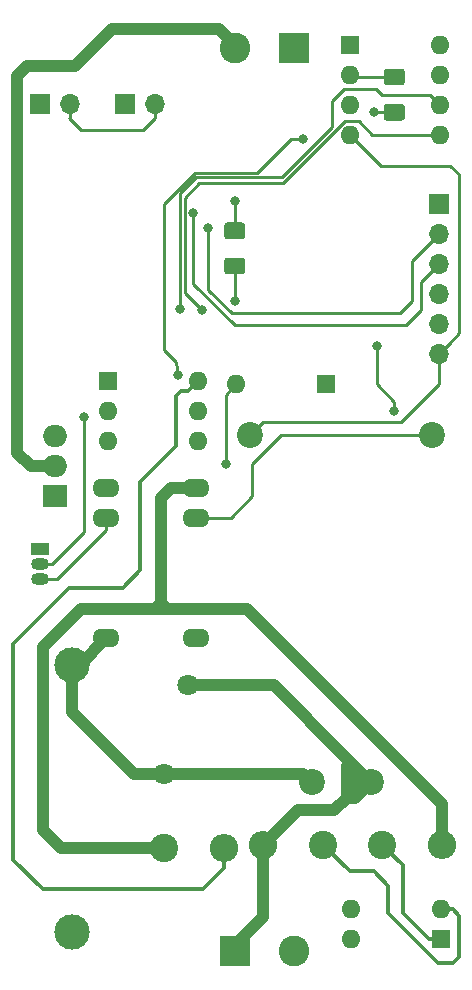
<source format=gbl>
G04 #@! TF.GenerationSoftware,KiCad,Pcbnew,(5.0.1-3-g963ef8bb5)*
G04 #@! TF.CreationDate,2018-11-25T11:10:40+01:00*
G04 #@! TF.ProjectId,Dimmer 2.0,44696D6D657220322E302E6B69636164,rev?*
G04 #@! TF.SameCoordinates,Original*
G04 #@! TF.FileFunction,Copper,L2,Bot,Signal*
G04 #@! TF.FilePolarity,Positive*
%FSLAX46Y46*%
G04 Gerber Fmt 4.6, Leading zero omitted, Abs format (unit mm)*
G04 Created by KiCad (PCBNEW (5.0.1-3-g963ef8bb5)) date zondag 25 november 2018 om 11:10:40*
%MOMM*%
%LPD*%
G01*
G04 APERTURE LIST*
G04 #@! TA.AperFunction,ComponentPad*
%ADD10O,1.700000X1.700000*%
G04 #@! TD*
G04 #@! TA.AperFunction,ComponentPad*
%ADD11R,1.700000X1.700000*%
G04 #@! TD*
G04 #@! TA.AperFunction,ComponentPad*
%ADD12C,2.400000*%
G04 #@! TD*
G04 #@! TA.AperFunction,ComponentPad*
%ADD13O,2.400000X2.400000*%
G04 #@! TD*
G04 #@! TA.AperFunction,Conductor*
%ADD14C,0.100000*%
G04 #@! TD*
G04 #@! TA.AperFunction,SMDPad,CuDef*
%ADD15C,1.425000*%
G04 #@! TD*
G04 #@! TA.AperFunction,ComponentPad*
%ADD16R,1.600000X1.600000*%
G04 #@! TD*
G04 #@! TA.AperFunction,ComponentPad*
%ADD17O,1.600000X1.600000*%
G04 #@! TD*
G04 #@! TA.AperFunction,ComponentPad*
%ADD18C,2.600000*%
G04 #@! TD*
G04 #@! TA.AperFunction,ComponentPad*
%ADD19R,2.600000X2.600000*%
G04 #@! TD*
G04 #@! TA.AperFunction,ComponentPad*
%ADD20O,1.500000X1.050000*%
G04 #@! TD*
G04 #@! TA.AperFunction,ComponentPad*
%ADD21R,1.500000X1.050000*%
G04 #@! TD*
G04 #@! TA.AperFunction,ComponentPad*
%ADD22C,2.200000*%
G04 #@! TD*
G04 #@! TA.AperFunction,ComponentPad*
%ADD23R,2.000000X1.905000*%
G04 #@! TD*
G04 #@! TA.AperFunction,ComponentPad*
%ADD24O,2.000000X1.905000*%
G04 #@! TD*
G04 #@! TA.AperFunction,ComponentPad*
%ADD25O,2.300000X1.600000*%
G04 #@! TD*
G04 #@! TA.AperFunction,ComponentPad*
%ADD26C,1.800000*%
G04 #@! TD*
G04 #@! TA.AperFunction,ComponentPad*
%ADD27C,3.000000*%
G04 #@! TD*
G04 #@! TA.AperFunction,ViaPad*
%ADD28C,0.800000*%
G04 #@! TD*
G04 #@! TA.AperFunction,Conductor*
%ADD29C,0.250000*%
G04 #@! TD*
G04 #@! TA.AperFunction,Conductor*
%ADD30C,1.000000*%
G04 #@! TD*
G04 #@! TA.AperFunction,Conductor*
%ADD31C,0.350000*%
G04 #@! TD*
G04 APERTURE END LIST*
D10*
G04 #@! TO.P,JPFlash1,2*
G04 #@! TO.N,GND*
X81750000Y-52250000D03*
D11*
G04 #@! TO.P,JPFlash1,1*
G04 #@! TO.N,Net-(IC1-Pad18)*
X79210000Y-52250000D03*
G04 #@! TD*
D12*
G04 #@! TO.P,R6,1*
G04 #@! TO.N,HT*
X82500000Y-115250000D03*
D13*
G04 #@! TO.P,R6,2*
G04 #@! TO.N,Net-(IC4-Pad6)*
X87580000Y-115250000D03*
G04 #@! TD*
D14*
G04 #@! TO.N,Net-(IC2-Pad2)*
G04 #@! TO.C,R7*
G36*
X102649504Y-49288704D02*
X102673773Y-49292304D01*
X102697571Y-49298265D01*
X102720671Y-49306530D01*
X102742849Y-49317020D01*
X102763893Y-49329633D01*
X102783598Y-49344247D01*
X102801777Y-49360723D01*
X102818253Y-49378902D01*
X102832867Y-49398607D01*
X102845480Y-49419651D01*
X102855970Y-49441829D01*
X102864235Y-49464929D01*
X102870196Y-49488727D01*
X102873796Y-49512996D01*
X102875000Y-49537500D01*
X102875000Y-50462500D01*
X102873796Y-50487004D01*
X102870196Y-50511273D01*
X102864235Y-50535071D01*
X102855970Y-50558171D01*
X102845480Y-50580349D01*
X102832867Y-50601393D01*
X102818253Y-50621098D01*
X102801777Y-50639277D01*
X102783598Y-50655753D01*
X102763893Y-50670367D01*
X102742849Y-50682980D01*
X102720671Y-50693470D01*
X102697571Y-50701735D01*
X102673773Y-50707696D01*
X102649504Y-50711296D01*
X102625000Y-50712500D01*
X101375000Y-50712500D01*
X101350496Y-50711296D01*
X101326227Y-50707696D01*
X101302429Y-50701735D01*
X101279329Y-50693470D01*
X101257151Y-50682980D01*
X101236107Y-50670367D01*
X101216402Y-50655753D01*
X101198223Y-50639277D01*
X101181747Y-50621098D01*
X101167133Y-50601393D01*
X101154520Y-50580349D01*
X101144030Y-50558171D01*
X101135765Y-50535071D01*
X101129804Y-50511273D01*
X101126204Y-50487004D01*
X101125000Y-50462500D01*
X101125000Y-49537500D01*
X101126204Y-49512996D01*
X101129804Y-49488727D01*
X101135765Y-49464929D01*
X101144030Y-49441829D01*
X101154520Y-49419651D01*
X101167133Y-49398607D01*
X101181747Y-49378902D01*
X101198223Y-49360723D01*
X101216402Y-49344247D01*
X101236107Y-49329633D01*
X101257151Y-49317020D01*
X101279329Y-49306530D01*
X101302429Y-49298265D01*
X101326227Y-49292304D01*
X101350496Y-49288704D01*
X101375000Y-49287500D01*
X102625000Y-49287500D01*
X102649504Y-49288704D01*
X102649504Y-49288704D01*
G37*
D15*
G04 #@! TD*
G04 #@! TO.P,R7,2*
G04 #@! TO.N,Net-(IC2-Pad2)*
X102000000Y-50000000D03*
D14*
G04 #@! TO.N,Net-(IC4-Pad1)*
G04 #@! TO.C,R7*
G36*
X102649504Y-52263704D02*
X102673773Y-52267304D01*
X102697571Y-52273265D01*
X102720671Y-52281530D01*
X102742849Y-52292020D01*
X102763893Y-52304633D01*
X102783598Y-52319247D01*
X102801777Y-52335723D01*
X102818253Y-52353902D01*
X102832867Y-52373607D01*
X102845480Y-52394651D01*
X102855970Y-52416829D01*
X102864235Y-52439929D01*
X102870196Y-52463727D01*
X102873796Y-52487996D01*
X102875000Y-52512500D01*
X102875000Y-53437500D01*
X102873796Y-53462004D01*
X102870196Y-53486273D01*
X102864235Y-53510071D01*
X102855970Y-53533171D01*
X102845480Y-53555349D01*
X102832867Y-53576393D01*
X102818253Y-53596098D01*
X102801777Y-53614277D01*
X102783598Y-53630753D01*
X102763893Y-53645367D01*
X102742849Y-53657980D01*
X102720671Y-53668470D01*
X102697571Y-53676735D01*
X102673773Y-53682696D01*
X102649504Y-53686296D01*
X102625000Y-53687500D01*
X101375000Y-53687500D01*
X101350496Y-53686296D01*
X101326227Y-53682696D01*
X101302429Y-53676735D01*
X101279329Y-53668470D01*
X101257151Y-53657980D01*
X101236107Y-53645367D01*
X101216402Y-53630753D01*
X101198223Y-53614277D01*
X101181747Y-53596098D01*
X101167133Y-53576393D01*
X101154520Y-53555349D01*
X101144030Y-53533171D01*
X101135765Y-53510071D01*
X101129804Y-53486273D01*
X101126204Y-53462004D01*
X101125000Y-53437500D01*
X101125000Y-52512500D01*
X101126204Y-52487996D01*
X101129804Y-52463727D01*
X101135765Y-52439929D01*
X101144030Y-52416829D01*
X101154520Y-52394651D01*
X101167133Y-52373607D01*
X101181747Y-52353902D01*
X101198223Y-52335723D01*
X101216402Y-52319247D01*
X101236107Y-52304633D01*
X101257151Y-52292020D01*
X101279329Y-52281530D01*
X101302429Y-52273265D01*
X101326227Y-52267304D01*
X101350496Y-52263704D01*
X101375000Y-52262500D01*
X102625000Y-52262500D01*
X102649504Y-52263704D01*
X102649504Y-52263704D01*
G37*
D15*
G04 #@! TD*
G04 #@! TO.P,R7,1*
G04 #@! TO.N,Net-(IC4-Pad1)*
X102000000Y-52975000D03*
D16*
G04 #@! TO.P,IC4,1*
G04 #@! TO.N,Net-(IC4-Pad1)*
X77750000Y-75750000D03*
D17*
G04 #@! TO.P,IC4,4*
G04 #@! TO.N,Net-(IC4-Pad4)*
X85370000Y-80830000D03*
G04 #@! TO.P,IC4,2*
G04 #@! TO.N,GND*
X77750000Y-78290000D03*
G04 #@! TO.P,IC4,5*
G04 #@! TO.N,Net-(IC4-Pad5)*
X85370000Y-78290000D03*
G04 #@! TO.P,IC4,3*
G04 #@! TO.N,Net-(IC4-Pad3)*
X77750000Y-80830000D03*
G04 #@! TO.P,IC4,6*
G04 #@! TO.N,Net-(IC4-Pad6)*
X85370000Y-75750000D03*
G04 #@! TD*
D18*
G04 #@! TO.P,Con3,2*
G04 #@! TO.N,Net-(Con3-Pad2)*
X88500000Y-47500000D03*
D19*
G04 #@! TO.P,Con3,1*
G04 #@! TO.N,NEUT*
X93500000Y-47500000D03*
G04 #@! TD*
D16*
G04 #@! TO.P,IC2,1*
G04 #@! TO.N,Net-(IC2-Pad1)*
X98250000Y-47250000D03*
D17*
G04 #@! TO.P,IC2,5*
G04 #@! TO.N,Net-(IC1-Pad5)*
X105870000Y-54870000D03*
G04 #@! TO.P,IC2,2*
G04 #@! TO.N,Net-(IC2-Pad2)*
X98250000Y-49790000D03*
G04 #@! TO.P,IC2,6*
G04 #@! TO.N,Net-(IC1-Pad6)*
X105870000Y-52330000D03*
G04 #@! TO.P,IC2,3*
G04 #@! TO.N,Net-(IC2-Pad3)*
X98250000Y-52330000D03*
G04 #@! TO.P,IC2,7*
G04 #@! TO.N,Net-(IC2-Pad7)*
X105870000Y-49790000D03*
G04 #@! TO.P,IC2,4*
G04 #@! TO.N,GND*
X98250000Y-54870000D03*
G04 #@! TO.P,IC2,8*
G04 #@! TO.N,+3V3*
X105870000Y-47250000D03*
G04 #@! TD*
D11*
G04 #@! TO.P,Reset1,1*
G04 #@! TO.N,Net-(IC1-Pad1)*
X72000000Y-52250000D03*
D10*
G04 #@! TO.P,Reset1,2*
G04 #@! TO.N,GND*
X74540000Y-52250000D03*
G04 #@! TD*
D14*
G04 #@! TO.N,+3V3*
G04 #@! TO.C,R4*
G36*
X89149504Y-65288704D02*
X89173773Y-65292304D01*
X89197571Y-65298265D01*
X89220671Y-65306530D01*
X89242849Y-65317020D01*
X89263893Y-65329633D01*
X89283598Y-65344247D01*
X89301777Y-65360723D01*
X89318253Y-65378902D01*
X89332867Y-65398607D01*
X89345480Y-65419651D01*
X89355970Y-65441829D01*
X89364235Y-65464929D01*
X89370196Y-65488727D01*
X89373796Y-65512996D01*
X89375000Y-65537500D01*
X89375000Y-66462500D01*
X89373796Y-66487004D01*
X89370196Y-66511273D01*
X89364235Y-66535071D01*
X89355970Y-66558171D01*
X89345480Y-66580349D01*
X89332867Y-66601393D01*
X89318253Y-66621098D01*
X89301777Y-66639277D01*
X89283598Y-66655753D01*
X89263893Y-66670367D01*
X89242849Y-66682980D01*
X89220671Y-66693470D01*
X89197571Y-66701735D01*
X89173773Y-66707696D01*
X89149504Y-66711296D01*
X89125000Y-66712500D01*
X87875000Y-66712500D01*
X87850496Y-66711296D01*
X87826227Y-66707696D01*
X87802429Y-66701735D01*
X87779329Y-66693470D01*
X87757151Y-66682980D01*
X87736107Y-66670367D01*
X87716402Y-66655753D01*
X87698223Y-66639277D01*
X87681747Y-66621098D01*
X87667133Y-66601393D01*
X87654520Y-66580349D01*
X87644030Y-66558171D01*
X87635765Y-66535071D01*
X87629804Y-66511273D01*
X87626204Y-66487004D01*
X87625000Y-66462500D01*
X87625000Y-65537500D01*
X87626204Y-65512996D01*
X87629804Y-65488727D01*
X87635765Y-65464929D01*
X87644030Y-65441829D01*
X87654520Y-65419651D01*
X87667133Y-65398607D01*
X87681747Y-65378902D01*
X87698223Y-65360723D01*
X87716402Y-65344247D01*
X87736107Y-65329633D01*
X87757151Y-65317020D01*
X87779329Y-65306530D01*
X87802429Y-65298265D01*
X87826227Y-65292304D01*
X87850496Y-65288704D01*
X87875000Y-65287500D01*
X89125000Y-65287500D01*
X89149504Y-65288704D01*
X89149504Y-65288704D01*
G37*
D15*
G04 #@! TD*
G04 #@! TO.P,R4,1*
G04 #@! TO.N,+3V3*
X88500000Y-66000000D03*
D14*
G04 #@! TO.N,Net-(IC1-Pad17)*
G04 #@! TO.C,R4*
G36*
X89149504Y-62313704D02*
X89173773Y-62317304D01*
X89197571Y-62323265D01*
X89220671Y-62331530D01*
X89242849Y-62342020D01*
X89263893Y-62354633D01*
X89283598Y-62369247D01*
X89301777Y-62385723D01*
X89318253Y-62403902D01*
X89332867Y-62423607D01*
X89345480Y-62444651D01*
X89355970Y-62466829D01*
X89364235Y-62489929D01*
X89370196Y-62513727D01*
X89373796Y-62537996D01*
X89375000Y-62562500D01*
X89375000Y-63487500D01*
X89373796Y-63512004D01*
X89370196Y-63536273D01*
X89364235Y-63560071D01*
X89355970Y-63583171D01*
X89345480Y-63605349D01*
X89332867Y-63626393D01*
X89318253Y-63646098D01*
X89301777Y-63664277D01*
X89283598Y-63680753D01*
X89263893Y-63695367D01*
X89242849Y-63707980D01*
X89220671Y-63718470D01*
X89197571Y-63726735D01*
X89173773Y-63732696D01*
X89149504Y-63736296D01*
X89125000Y-63737500D01*
X87875000Y-63737500D01*
X87850496Y-63736296D01*
X87826227Y-63732696D01*
X87802429Y-63726735D01*
X87779329Y-63718470D01*
X87757151Y-63707980D01*
X87736107Y-63695367D01*
X87716402Y-63680753D01*
X87698223Y-63664277D01*
X87681747Y-63646098D01*
X87667133Y-63626393D01*
X87654520Y-63605349D01*
X87644030Y-63583171D01*
X87635765Y-63560071D01*
X87629804Y-63536273D01*
X87626204Y-63512004D01*
X87625000Y-63487500D01*
X87625000Y-62562500D01*
X87626204Y-62537996D01*
X87629804Y-62513727D01*
X87635765Y-62489929D01*
X87644030Y-62466829D01*
X87654520Y-62444651D01*
X87667133Y-62423607D01*
X87681747Y-62403902D01*
X87698223Y-62385723D01*
X87716402Y-62369247D01*
X87736107Y-62354633D01*
X87757151Y-62342020D01*
X87779329Y-62331530D01*
X87802429Y-62323265D01*
X87826227Y-62317304D01*
X87850496Y-62313704D01*
X87875000Y-62312500D01*
X89125000Y-62312500D01*
X89149504Y-62313704D01*
X89149504Y-62313704D01*
G37*
D15*
G04 #@! TD*
G04 #@! TO.P,R4,2*
G04 #@! TO.N,Net-(IC1-Pad17)*
X88500000Y-63025000D03*
D20*
G04 #@! TO.P,T2,2*
G04 #@! TO.N,Net-(R11-Pad1)*
X72000000Y-91270000D03*
G04 #@! TO.P,T2,3*
G04 #@! TO.N,Net-(D1-Pad2)*
X72000000Y-92540000D03*
D21*
G04 #@! TO.P,T2,1*
G04 #@! TO.N,GND*
X72000000Y-90000000D03*
G04 #@! TD*
D19*
G04 #@! TO.P,Con2,1*
G04 #@! TO.N,NEUT*
X88500000Y-124000000D03*
D18*
G04 #@! TO.P,Con2,2*
G04 #@! TO.N,Net-(Con2-Pad2)*
X93500000Y-124000000D03*
G04 #@! TD*
D22*
G04 #@! TO.P,U1,1*
G04 #@! TO.N,LINE*
X95000000Y-109700000D03*
G04 #@! TO.P,U1,2*
G04 #@! TO.N,NEUT*
X100000000Y-109700000D03*
G04 #@! TO.P,U1,3*
G04 #@! TO.N,GND*
X89800000Y-80300000D03*
G04 #@! TO.P,U1,4*
G04 #@! TO.N,+3V3*
X105200000Y-80300000D03*
G04 #@! TD*
D23*
G04 #@! TO.P,T1,1*
G04 #@! TO.N,HT*
X73250000Y-85500000D03*
D24*
G04 #@! TO.P,T1,2*
G04 #@! TO.N,Net-(Con3-Pad2)*
X73250000Y-82960000D03*
G04 #@! TO.P,T1,3*
G04 #@! TO.N,Net-(IC4-Pad4)*
X73250000Y-80420000D03*
G04 #@! TD*
D25*
G04 #@! TO.P,K1,12*
G04 #@! TO.N,LINE*
X77630000Y-97500000D03*
G04 #@! TO.P,K1,8*
G04 #@! TO.N,Net-(D1-Pad2)*
X77630000Y-87340000D03*
G04 #@! TO.P,K1,1*
G04 #@! TO.N,N/C*
X85250000Y-97500000D03*
G04 #@! TO.P,K1,5*
G04 #@! TO.N,+3V3*
X85250000Y-87340000D03*
G04 #@! TO.P,K1,7*
G04 #@! TO.N,Net-(K1-Pad7)*
X77630000Y-84800000D03*
G04 #@! TO.P,K1,6*
G04 #@! TO.N,HT*
X85250000Y-84800000D03*
G04 #@! TD*
D26*
G04 #@! TO.P,RV1,1*
G04 #@! TO.N,LINE*
X82500000Y-109000000D03*
G04 #@! TO.P,RV1,2*
G04 #@! TO.N,NEUT*
X84550000Y-101500000D03*
G04 #@! TD*
D13*
G04 #@! TO.P,R10,2*
G04 #@! TO.N,NEUT*
X90920000Y-115000000D03*
D12*
G04 #@! TO.P,R10,1*
G04 #@! TO.N,Net-(IC3-Pad2)*
X96000000Y-115000000D03*
G04 #@! TD*
D16*
G04 #@! TO.P,D1,1*
G04 #@! TO.N,+3V3*
X96250000Y-76000000D03*
D17*
G04 #@! TO.P,D1,2*
G04 #@! TO.N,Net-(D1-Pad2)*
X88630000Y-76000000D03*
G04 #@! TD*
D27*
G04 #@! TO.P,F1,1*
G04 #@! TO.N,LINE*
X74750000Y-99750000D03*
G04 #@! TO.P,F1,2*
G04 #@! TO.N,Net-(Con2-Pad2)*
X74750000Y-122350000D03*
G04 #@! TD*
D12*
G04 #@! TO.P,R9,1*
G04 #@! TO.N,Net-(IC3-Pad1)*
X101000000Y-115000000D03*
D13*
G04 #@! TO.P,R9,2*
G04 #@! TO.N,HT*
X106080000Y-115000000D03*
G04 #@! TD*
D11*
G04 #@! TO.P,Con1,1*
G04 #@! TO.N,Net-(Con1-Pad1)*
X105750000Y-60750000D03*
D10*
G04 #@! TO.P,Con1,2*
G04 #@! TO.N,Net-(Con1-Pad2)*
X105750000Y-63290000D03*
G04 #@! TO.P,Con1,3*
G04 #@! TO.N,Net-(Con1-Pad3)*
X105750000Y-65830000D03*
G04 #@! TO.P,Con1,4*
G04 #@! TO.N,+3V3*
X105750000Y-68370000D03*
G04 #@! TO.P,Con1,5*
G04 #@! TO.N,Net-(Con1-Pad5)*
X105750000Y-70910000D03*
G04 #@! TO.P,Con1,6*
G04 #@! TO.N,GND*
X105750000Y-73450000D03*
G04 #@! TD*
D16*
G04 #@! TO.P,IC3,1*
G04 #@! TO.N,Net-(IC3-Pad1)*
X106000000Y-123000000D03*
D17*
G04 #@! TO.P,IC3,3*
G04 #@! TO.N,GND*
X98380000Y-120460000D03*
G04 #@! TO.P,IC3,2*
G04 #@! TO.N,Net-(IC3-Pad2)*
X106000000Y-120460000D03*
G04 #@! TO.P,IC3,4*
G04 #@! TO.N,Net-(IC2-Pad7)*
X98380000Y-123000000D03*
G04 #@! TD*
D28*
G04 #@! TO.N,Net-(Con1-Pad2)*
X86250000Y-62750000D03*
G04 #@! TO.N,Net-(Con1-Pad3)*
X85000000Y-61500000D03*
G04 #@! TO.N,+3V3*
X88500000Y-69000000D03*
G04 #@! TO.N,Net-(D1-Pad2)*
X87750000Y-82750000D03*
G04 #@! TO.N,Net-(IC1-Pad5)*
X85750000Y-69750000D03*
G04 #@! TO.N,Net-(IC1-Pad6)*
X83899990Y-69600010D03*
G04 #@! TO.N,Net-(IC1-Pad17)*
X88500000Y-60500000D03*
G04 #@! TO.N,Net-(IC2-Pad7)*
X102000000Y-78250000D03*
X100500000Y-72750000D03*
G04 #@! TO.N,Net-(IC4-Pad1)*
X83679683Y-75250907D03*
X100250000Y-53000000D03*
X94250000Y-55250000D03*
G04 #@! TO.N,Net-(R11-Pad1)*
X75750000Y-78750000D03*
G04 #@! TD*
D29*
G04 #@! TO.N,Net-(Con1-Pad2)*
X102500000Y-70000000D02*
X103500000Y-69000000D01*
X88250000Y-70000000D02*
X102500000Y-70000000D01*
X103500000Y-65540000D02*
X105750000Y-63290000D01*
X103500000Y-69000000D02*
X103500000Y-65540000D01*
X86250000Y-68000000D02*
X88250000Y-70000000D01*
X86250000Y-62750000D02*
X86250000Y-68000000D01*
G04 #@! TO.N,Net-(Con1-Pad3)*
X104250000Y-69750000D02*
X104250000Y-67330000D01*
X104250000Y-67330000D02*
X105750000Y-65830000D01*
X103000000Y-71000000D02*
X104250000Y-69750000D01*
X88500000Y-71000000D02*
X103000000Y-71000000D01*
X85000000Y-67500000D02*
X88500000Y-71000000D01*
X85000000Y-61500000D02*
X85000000Y-67500000D01*
G04 #@! TO.N,+3V3*
X85250000Y-87340000D02*
X88160000Y-87340000D01*
X88160000Y-87340000D02*
X90000000Y-85500000D01*
X90000000Y-85500000D02*
X90000000Y-82750000D01*
X92450000Y-80300000D02*
X105200000Y-80300000D01*
X90000000Y-82750000D02*
X92450000Y-80300000D01*
X88500000Y-66000000D02*
X88500000Y-69000000D01*
G04 #@! TO.N,GND*
X90899999Y-79200001D02*
X102549999Y-79200001D01*
X89800000Y-80300000D02*
X90899999Y-79200001D01*
X105750000Y-76000000D02*
X105750000Y-73450000D01*
X102549999Y-79200001D02*
X105750000Y-76000000D01*
X98250000Y-54870000D02*
X100880000Y-57500000D01*
X100880000Y-57500000D02*
X106750000Y-57500000D01*
X106750000Y-57500000D02*
X107500000Y-58250000D01*
X106599999Y-72600001D02*
X105750000Y-73450000D01*
X107500000Y-71700000D02*
X106599999Y-72600001D01*
X107500000Y-58250000D02*
X107500000Y-71700000D01*
X74540000Y-53460000D02*
X74540000Y-52250000D01*
X74500000Y-53500000D02*
X74540000Y-53460000D01*
X75500000Y-54500000D02*
X74500000Y-53500000D01*
X80702081Y-54500000D02*
X75500000Y-54500000D01*
X81750000Y-53452081D02*
X80702081Y-54500000D01*
X81750000Y-52250000D02*
X81750000Y-53452081D01*
D30*
G04 #@! TO.N,NEUT*
X90920000Y-121080000D02*
X90920000Y-115000000D01*
X88500000Y-123500000D02*
X90920000Y-121080000D01*
X84550000Y-101500000D02*
X91800000Y-101500000D01*
X98750000Y-108550000D02*
X98800000Y-108500000D01*
X98800000Y-108500000D02*
X100000000Y-109700000D01*
X98750000Y-109700000D02*
X100000000Y-109700000D01*
X98108002Y-109700000D02*
X98750000Y-109700000D01*
X98750000Y-109700000D02*
X98750000Y-108550000D01*
X97750000Y-107450000D02*
X98800000Y-108500000D01*
X91800000Y-101500000D02*
X97750000Y-107450000D01*
X98000000Y-109808002D02*
X98108002Y-109700000D01*
X98000000Y-111000000D02*
X98000000Y-109808002D01*
X96941998Y-112058002D02*
X98000000Y-111000000D01*
X93861998Y-112058002D02*
X96941998Y-112058002D01*
X90920000Y-115000000D02*
X93861998Y-112058002D01*
X98000000Y-109808002D02*
X98000000Y-108358002D01*
X98000000Y-108358002D02*
X98108002Y-108250000D01*
X98108002Y-109700000D02*
X98108002Y-108250000D01*
X98108002Y-107808002D02*
X97750000Y-107450000D01*
X98108002Y-108250000D02*
X98108002Y-107808002D01*
X98700000Y-111000000D02*
X100000000Y-109700000D01*
X98000000Y-111000000D02*
X98700000Y-111000000D01*
X98000000Y-109808002D02*
X98308002Y-109808002D01*
X98416004Y-109700000D02*
X100000000Y-109700000D01*
X98308002Y-109808002D02*
X98416004Y-109700000D01*
X98700000Y-110200000D02*
X98308002Y-109808002D01*
X98700000Y-111000000D02*
X98700000Y-110200000D01*
G04 #@! TO.N,LINE*
X74750000Y-99750000D02*
X74750000Y-103750000D01*
X74750000Y-103750000D02*
X80000000Y-109000000D01*
X80000000Y-109000000D02*
X82500000Y-109000000D01*
X94300000Y-109000000D02*
X95000000Y-109700000D01*
X82500000Y-109000000D02*
X94300000Y-109000000D01*
X74750000Y-99750000D02*
X74750000Y-99630000D01*
X75380000Y-99750000D02*
X77630000Y-97500000D01*
X74750000Y-99750000D02*
X75380000Y-99750000D01*
G04 #@! TO.N,Net-(Con3-Pad2)*
X70899990Y-49100010D02*
X74955639Y-49100010D01*
X70100010Y-81810010D02*
X70100010Y-49899990D01*
X71250000Y-82960000D02*
X70100010Y-81810010D01*
X70100010Y-49899990D02*
X70899990Y-49100010D01*
X73250000Y-82960000D02*
X71250000Y-82960000D01*
X78105648Y-45950001D02*
X74955639Y-49100010D01*
X87200001Y-45950001D02*
X78105648Y-45950001D01*
X88500000Y-47250000D02*
X87200001Y-45950001D01*
D29*
G04 #@! TO.N,Net-(D1-Pad2)*
X87750000Y-76880000D02*
X88630000Y-76000000D01*
X87750000Y-82750000D02*
X87750000Y-76880000D01*
X77630000Y-88390000D02*
X73480000Y-92540000D01*
X77630000Y-87340000D02*
X77630000Y-88390000D01*
X72000000Y-92540000D02*
X73480000Y-92540000D01*
G04 #@! TO.N,Net-(IC1-Pad5)*
X105870000Y-54870000D02*
X100120000Y-54870000D01*
X100120000Y-54870000D02*
X99000000Y-53750000D01*
X97852998Y-53750000D02*
X92602998Y-59000000D01*
X99000000Y-53750000D02*
X97852998Y-53750000D01*
X92602998Y-59000000D02*
X85500000Y-59000000D01*
X85500000Y-59000000D02*
X84250000Y-60250000D01*
X84250000Y-60250000D02*
X84250000Y-68250000D01*
X84250000Y-68250000D02*
X85750000Y-69750000D01*
G04 #@! TO.N,Net-(IC1-Pad6)*
X105070001Y-51530001D02*
X100969999Y-51530001D01*
X105870000Y-52330000D02*
X105070001Y-51530001D01*
X100969999Y-51530001D02*
X100439998Y-51000000D01*
X100439998Y-51000000D02*
X97750000Y-51000000D01*
X97750000Y-51000000D02*
X96750000Y-52000000D01*
X96750000Y-52000000D02*
X96750000Y-54250000D01*
X96750000Y-54250000D02*
X92500000Y-58500000D01*
X92500000Y-58500000D02*
X85250000Y-58500000D01*
X83899990Y-59850010D02*
X83899990Y-69600010D01*
X85250000Y-58500000D02*
X83899990Y-59850010D01*
G04 #@! TO.N,Net-(IC1-Pad17)*
X88500000Y-63025000D02*
X88500000Y-60500000D01*
G04 #@! TO.N,Net-(IC2-Pad2)*
X98460000Y-50000000D02*
X98250000Y-49790000D01*
X102000000Y-50000000D02*
X98460000Y-50000000D01*
G04 #@! TO.N,Net-(IC2-Pad7)*
X102000000Y-78250000D02*
X102000000Y-77500000D01*
X100500000Y-72750000D02*
X100500000Y-76000000D01*
X102000000Y-77500000D02*
X100500000Y-76000000D01*
D31*
G04 #@! TO.N,Net-(IC3-Pad1)*
X104950000Y-123000000D02*
X106000000Y-123000000D01*
X101000000Y-115000000D02*
X102750000Y-116750000D01*
X102750000Y-120800000D02*
X104950000Y-123000000D01*
X102750000Y-116750000D02*
X102750000Y-120800000D01*
G04 #@! TO.N,Net-(IC3-Pad2)*
X105724998Y-125000000D02*
X101500000Y-120775002D01*
X107000000Y-125000000D02*
X105724998Y-125000000D01*
X107500000Y-124500000D02*
X107000000Y-125000000D01*
X107500000Y-121000000D02*
X107500000Y-124500000D01*
X106960000Y-120460000D02*
X107500000Y-121000000D01*
X106000000Y-120460000D02*
X106960000Y-120460000D01*
X96000000Y-115000000D02*
X98250000Y-117250000D01*
X100250000Y-117250000D02*
X101500000Y-118500000D01*
X98250000Y-117250000D02*
X100250000Y-117250000D01*
X101500000Y-120775002D02*
X101500000Y-118500000D01*
D29*
G04 #@! TO.N,Net-(IC4-Pad1)*
X85100010Y-58149990D02*
X82500000Y-60750000D01*
X90350010Y-58149990D02*
X85100010Y-58149990D01*
X82500000Y-73125540D02*
X83500000Y-74125540D01*
X82500000Y-60750000D02*
X82500000Y-73125540D01*
X83500000Y-75250000D02*
X83678776Y-75250000D01*
X83678776Y-75250000D02*
X83679683Y-75250907D01*
X83500000Y-74125540D02*
X83679683Y-75250907D01*
X100275000Y-52975000D02*
X100250000Y-53000000D01*
X102000000Y-52975000D02*
X100275000Y-52975000D01*
X93250000Y-55250000D02*
X90350010Y-58149990D01*
X94250000Y-55250000D02*
X93250000Y-55250000D01*
D31*
G04 #@! TO.N,Net-(IC4-Pad6)*
X85777056Y-118750000D02*
X87580000Y-116947056D01*
X72250000Y-118750000D02*
X85777056Y-118750000D01*
X69750000Y-98000000D02*
X69750000Y-116250000D01*
X69750000Y-116250000D02*
X72250000Y-118750000D01*
X87580000Y-116947056D02*
X87580000Y-115250000D01*
X84570001Y-76549999D02*
X83950001Y-76549999D01*
X83950001Y-76549999D02*
X83500000Y-77000000D01*
X85370000Y-75750000D02*
X84570001Y-76549999D01*
X83500000Y-77000000D02*
X83500000Y-81250000D01*
X83500000Y-81250000D02*
X80500000Y-84250000D01*
X80500000Y-84250000D02*
X80500000Y-91750000D01*
X79000000Y-93250000D02*
X74500000Y-93250000D01*
X80500000Y-91750000D02*
X79000000Y-93250000D01*
X74500000Y-93250000D02*
X69750000Y-98000000D01*
D30*
G04 #@! TO.N,HT*
X72249999Y-113749999D02*
X73750000Y-115250000D01*
X72249999Y-98250001D02*
X72249999Y-113749999D01*
X73750000Y-115250000D02*
X82500000Y-115250000D01*
X106080000Y-115000000D02*
X106080000Y-111580000D01*
X106080000Y-111580000D02*
X91000000Y-96500000D01*
X89500000Y-95000000D02*
X91000000Y-96500000D01*
X75500000Y-95000000D02*
X72249999Y-98250001D01*
X80000000Y-95000000D02*
X81000000Y-95000000D01*
X75500000Y-95000000D02*
X80000000Y-95000000D01*
X83100000Y-84800000D02*
X82250000Y-85650000D01*
X85250000Y-84800000D02*
X83100000Y-84800000D01*
X82250000Y-94500000D02*
X82750000Y-95000000D01*
X82750000Y-95000000D02*
X89500000Y-95000000D01*
X82000000Y-95000000D02*
X82750000Y-95000000D01*
X82250000Y-94500000D02*
X81750000Y-95000000D01*
X82250000Y-94000000D02*
X82250000Y-94500000D01*
X81750000Y-95000000D02*
X82000000Y-95000000D01*
X81000000Y-95000000D02*
X81750000Y-95000000D01*
X82250000Y-85650000D02*
X82250000Y-94000000D01*
D29*
G04 #@! TO.N,Net-(R11-Pad1)*
X73000000Y-91270000D02*
X75750000Y-88520000D01*
X72000000Y-91270000D02*
X73000000Y-91270000D01*
X75750000Y-88520000D02*
X75750000Y-78750000D01*
G04 #@! TD*
M02*

</source>
